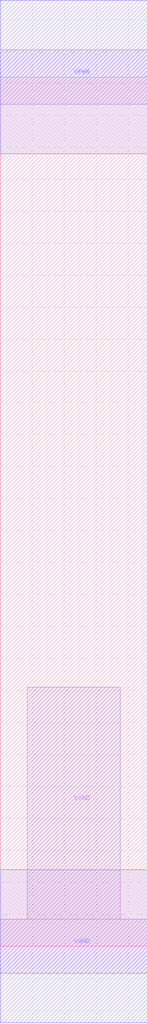
<source format=lef>
# Copyright 2020 The SkyWater PDK Authors
#
# Licensed under the Apache License, Version 2.0 (the "License");
# you may not use this file except in compliance with the License.
# You may obtain a copy of the License at
#
#     https://www.apache.org/licenses/LICENSE-2.0
#
# Unless required by applicable law or agreed to in writing, software
# distributed under the License is distributed on an "AS IS" BASIS,
# WITHOUT WARRANTIES OR CONDITIONS OF ANY KIND, either express or implied.
# See the License for the specific language governing permissions and
# limitations under the License.
#
# SPDX-License-Identifier: Apache-2.0

VERSION 5.5 ;
NAMESCASESENSITIVE ON ;
BUSBITCHARS "[]" ;
DIVIDERCHAR "/" ;
MACRO sky130_fd_sc_hd__tapvgnd_1
  CLASS CORE ;
  SOURCE USER ;
  ORIGIN  0.000000  0.000000 ;
  SIZE  0.460000 BY  2.720000 ;
  SYMMETRY X Y R90 ;
  SITE unithd ;
  PIN VGND
    DIRECTION INOUT ;
    SHAPE ABUTMENT ;
    USE GROUND ;
    PORT
      LAYER li1 ;
        RECT 0.000000 -0.085000 0.460000 0.085000 ;
        RECT 0.085000  0.085000 0.375000 0.810000 ;
    END
    PORT
      LAYER met1 ;
        RECT 0.000000 -0.240000 0.460000 0.240000 ;
    END
  END VGND
  PIN VPWR
    DIRECTION INOUT ;
    SHAPE ABUTMENT ;
    USE POWER ;
    PORT
      LAYER li1 ;
        RECT 0.000000 2.635000 0.460000 2.805000 ;
    END
    PORT
      LAYER met1 ;
        RECT 0.000000 2.480000 0.460000 2.960000 ;
    END
  END VPWR
  OBS
  END
END sky130_fd_sc_hd__tapvgnd_1
END LIBRARY

</source>
